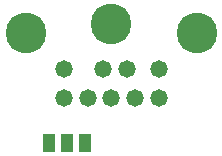
<source format=gbr>
G04 EAGLE Gerber RS-274X export*
G75*
%MOMM*%
%FSLAX34Y34*%
%LPD*%
%INSoldermask Bottom*%
%IPPOS*%
%AMOC8*
5,1,8,0,0,1.08239X$1,22.5*%
G01*
%ADD10R,1.000000X1.500000*%
%ADD11C,3.443000*%
%ADD12C,1.477000*%


D10*
X57500Y18750D03*
X72500Y18750D03*
X42500Y18750D03*
D11*
X95000Y120000D03*
D12*
X135000Y82000D03*
X108000Y82000D03*
X88000Y82000D03*
X55000Y82000D03*
X135000Y57000D03*
X55000Y57000D03*
X75000Y57000D03*
X115000Y57000D03*
X95000Y57000D03*
D11*
X167500Y112000D03*
X22500Y112000D03*
M02*

</source>
